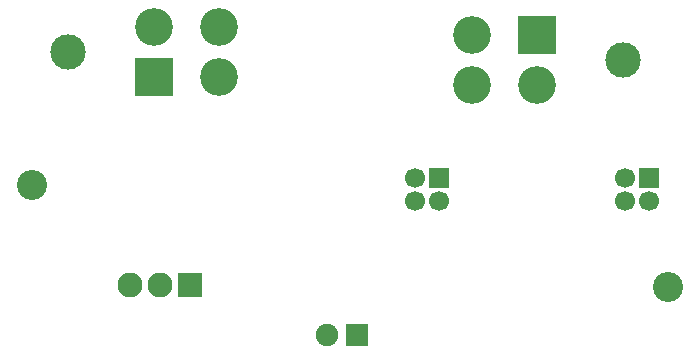
<source format=gbr>
G04 DipTrace Beta 2.9.0.1*
G04 BottomMask.gbr*
%MOIN*%
G04 #@! TF.FileFunction,Soldermask,Bot*
G04 #@! TF.Part,Single*
%ADD24R,0.066929X0.066929*%
%ADD25C,0.066929*%
%ADD29R,0.074803X0.074803*%
%ADD30C,0.074803*%
%ADD33C,0.1004*%
%ADD34C,0.1181*%
%ADD41C,0.082803*%
%ADD42R,0.082803X0.082803*%
%ADD49C,0.12611*%
%ADD51R,0.12611X0.12611*%
%FSLAX26Y26*%
G04*
G70*
G90*
G75*
G01*
G04 BotMask*
%LPD*%
D33*
X2706000Y619000D3*
X586000Y958000D3*
D24*
X2644000Y981500D3*
D25*
X2565260D3*
Y902760D3*
X2644000D3*
D24*
X1944000Y981500D3*
D25*
X1865260D3*
Y902760D3*
X1944000D3*
D51*
X994000Y1319000D3*
D49*
Y1484354D3*
X1210535D3*
Y1319000D3*
D34*
X706268Y1401677D3*
D51*
X2269000Y1456500D3*
D49*
Y1291146D3*
X2052465D3*
Y1456500D3*
D34*
X2556732Y1373823D3*
D29*
X1669000Y456500D3*
D30*
X1569000D3*
D42*
X1114500Y622749D3*
D41*
X1014500D3*
X914500D3*
M02*

</source>
